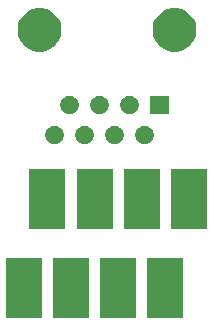
<source format=gbr>
G04 #@! TF.GenerationSoftware,KiCad,Pcbnew,(5.1.4)-1*
G04 #@! TF.CreationDate,2021-01-17T20:12:36-03:30*
G04 #@! TF.ProjectId,Eth_Breakout,4574685f-4272-4656-916b-6f75742e6b69,V1.0*
G04 #@! TF.SameCoordinates,Original*
G04 #@! TF.FileFunction,Soldermask,Top*
G04 #@! TF.FilePolarity,Negative*
%FSLAX46Y46*%
G04 Gerber Fmt 4.6, Leading zero omitted, Abs format (unit mm)*
G04 Created by KiCad (PCBNEW (5.1.4)-1) date 2021-01-17 20:12:36*
%MOMM*%
%LPD*%
G04 APERTURE LIST*
%ADD10C,0.100000*%
G04 APERTURE END LIST*
D10*
G36*
X65775400Y-149275400D02*
G01*
X62724600Y-149275400D01*
X62724600Y-144224600D01*
X65775400Y-144224600D01*
X65775400Y-149275400D01*
X65775400Y-149275400D01*
G37*
G36*
X57775400Y-149275400D02*
G01*
X54724600Y-149275400D01*
X54724600Y-144224600D01*
X57775400Y-144224600D01*
X57775400Y-149275400D01*
X57775400Y-149275400D01*
G37*
G36*
X53775400Y-149275400D02*
G01*
X50724600Y-149275400D01*
X50724600Y-144224600D01*
X53775400Y-144224600D01*
X53775400Y-149275400D01*
X53775400Y-149275400D01*
G37*
G36*
X61775400Y-149275400D02*
G01*
X58724600Y-149275400D01*
X58724600Y-144224600D01*
X61775400Y-144224600D01*
X61775400Y-149275400D01*
X61775400Y-149275400D01*
G37*
G36*
X59775400Y-141775400D02*
G01*
X56724600Y-141775400D01*
X56724600Y-136724600D01*
X59775400Y-136724600D01*
X59775400Y-141775400D01*
X59775400Y-141775400D01*
G37*
G36*
X67775400Y-141775400D02*
G01*
X64724600Y-141775400D01*
X64724600Y-136724600D01*
X67775400Y-136724600D01*
X67775400Y-141775400D01*
X67775400Y-141775400D01*
G37*
G36*
X63775400Y-141775400D02*
G01*
X60724600Y-141775400D01*
X60724600Y-136724600D01*
X63775400Y-136724600D01*
X63775400Y-141775400D01*
X63775400Y-141775400D01*
G37*
G36*
X55775400Y-141775400D02*
G01*
X52724600Y-141775400D01*
X52724600Y-136724600D01*
X55775400Y-136724600D01*
X55775400Y-141775400D01*
X55775400Y-141775400D01*
G37*
G36*
X54973821Y-133022049D02*
G01*
X55086179Y-133044398D01*
X55227290Y-133102849D01*
X55354289Y-133187707D01*
X55462293Y-133295711D01*
X55462296Y-133295716D01*
X55547151Y-133422710D01*
X55605602Y-133563821D01*
X55635400Y-133713631D01*
X55635400Y-133866369D01*
X55605602Y-134016179D01*
X55547151Y-134157290D01*
X55462293Y-134284289D01*
X55354289Y-134392293D01*
X55227290Y-134477151D01*
X55086179Y-134535602D01*
X54973821Y-134557951D01*
X54936370Y-134565400D01*
X54783630Y-134565400D01*
X54746179Y-134557951D01*
X54633821Y-134535602D01*
X54492710Y-134477151D01*
X54365711Y-134392293D01*
X54257707Y-134284289D01*
X54172849Y-134157290D01*
X54114398Y-134016179D01*
X54084600Y-133866369D01*
X54084600Y-133713631D01*
X54114398Y-133563821D01*
X54172849Y-133422710D01*
X54257704Y-133295716D01*
X54257707Y-133295711D01*
X54365711Y-133187707D01*
X54492710Y-133102849D01*
X54633821Y-133044398D01*
X54746179Y-133022049D01*
X54783630Y-133014600D01*
X54936370Y-133014600D01*
X54973821Y-133022049D01*
X54973821Y-133022049D01*
G37*
G36*
X57513821Y-133022049D02*
G01*
X57626179Y-133044398D01*
X57767290Y-133102849D01*
X57894289Y-133187707D01*
X58002293Y-133295711D01*
X58002296Y-133295716D01*
X58087151Y-133422710D01*
X58145602Y-133563821D01*
X58175400Y-133713631D01*
X58175400Y-133866369D01*
X58145602Y-134016179D01*
X58087151Y-134157290D01*
X58002293Y-134284289D01*
X57894289Y-134392293D01*
X57767290Y-134477151D01*
X57626179Y-134535602D01*
X57513821Y-134557951D01*
X57476370Y-134565400D01*
X57323630Y-134565400D01*
X57286179Y-134557951D01*
X57173821Y-134535602D01*
X57032710Y-134477151D01*
X56905711Y-134392293D01*
X56797707Y-134284289D01*
X56712849Y-134157290D01*
X56654398Y-134016179D01*
X56624600Y-133866369D01*
X56624600Y-133713631D01*
X56654398Y-133563821D01*
X56712849Y-133422710D01*
X56797704Y-133295716D01*
X56797707Y-133295711D01*
X56905711Y-133187707D01*
X57032710Y-133102849D01*
X57173821Y-133044398D01*
X57286179Y-133022049D01*
X57323630Y-133014600D01*
X57476370Y-133014600D01*
X57513821Y-133022049D01*
X57513821Y-133022049D01*
G37*
G36*
X60053821Y-133022049D02*
G01*
X60166179Y-133044398D01*
X60307290Y-133102849D01*
X60434289Y-133187707D01*
X60542293Y-133295711D01*
X60542296Y-133295716D01*
X60627151Y-133422710D01*
X60685602Y-133563821D01*
X60715400Y-133713631D01*
X60715400Y-133866369D01*
X60685602Y-134016179D01*
X60627151Y-134157290D01*
X60542293Y-134284289D01*
X60434289Y-134392293D01*
X60307290Y-134477151D01*
X60166179Y-134535602D01*
X60053821Y-134557951D01*
X60016370Y-134565400D01*
X59863630Y-134565400D01*
X59826179Y-134557951D01*
X59713821Y-134535602D01*
X59572710Y-134477151D01*
X59445711Y-134392293D01*
X59337707Y-134284289D01*
X59252849Y-134157290D01*
X59194398Y-134016179D01*
X59164600Y-133866369D01*
X59164600Y-133713631D01*
X59194398Y-133563821D01*
X59252849Y-133422710D01*
X59337704Y-133295716D01*
X59337707Y-133295711D01*
X59445711Y-133187707D01*
X59572710Y-133102849D01*
X59713821Y-133044398D01*
X59826179Y-133022049D01*
X59863630Y-133014600D01*
X60016370Y-133014600D01*
X60053821Y-133022049D01*
X60053821Y-133022049D01*
G37*
G36*
X62593821Y-133022049D02*
G01*
X62706179Y-133044398D01*
X62847290Y-133102849D01*
X62974289Y-133187707D01*
X63082293Y-133295711D01*
X63082296Y-133295716D01*
X63167151Y-133422710D01*
X63225602Y-133563821D01*
X63255400Y-133713631D01*
X63255400Y-133866369D01*
X63225602Y-134016179D01*
X63167151Y-134157290D01*
X63082293Y-134284289D01*
X62974289Y-134392293D01*
X62847290Y-134477151D01*
X62706179Y-134535602D01*
X62593821Y-134557951D01*
X62556370Y-134565400D01*
X62403630Y-134565400D01*
X62366179Y-134557951D01*
X62253821Y-134535602D01*
X62112710Y-134477151D01*
X61985711Y-134392293D01*
X61877707Y-134284289D01*
X61792849Y-134157290D01*
X61734398Y-134016179D01*
X61704600Y-133866369D01*
X61704600Y-133713631D01*
X61734398Y-133563821D01*
X61792849Y-133422710D01*
X61877704Y-133295716D01*
X61877707Y-133295711D01*
X61985711Y-133187707D01*
X62112710Y-133102849D01*
X62253821Y-133044398D01*
X62366179Y-133022049D01*
X62403630Y-133014600D01*
X62556370Y-133014600D01*
X62593821Y-133022049D01*
X62593821Y-133022049D01*
G37*
G36*
X64525400Y-132025400D02*
G01*
X62974600Y-132025400D01*
X62974600Y-130474600D01*
X64525400Y-130474600D01*
X64525400Y-132025400D01*
X64525400Y-132025400D01*
G37*
G36*
X61323821Y-130482049D02*
G01*
X61436179Y-130504398D01*
X61577290Y-130562849D01*
X61704289Y-130647707D01*
X61812293Y-130755711D01*
X61812296Y-130755716D01*
X61897151Y-130882710D01*
X61955602Y-131023821D01*
X61985400Y-131173631D01*
X61985400Y-131326369D01*
X61955602Y-131476179D01*
X61897151Y-131617290D01*
X61812293Y-131744289D01*
X61704289Y-131852293D01*
X61577290Y-131937151D01*
X61436179Y-131995602D01*
X61323822Y-132017950D01*
X61286370Y-132025400D01*
X61133630Y-132025400D01*
X61096178Y-132017950D01*
X60983821Y-131995602D01*
X60842710Y-131937151D01*
X60715711Y-131852293D01*
X60607707Y-131744289D01*
X60522849Y-131617290D01*
X60464398Y-131476179D01*
X60434600Y-131326369D01*
X60434600Y-131173631D01*
X60464398Y-131023821D01*
X60522849Y-130882710D01*
X60607704Y-130755716D01*
X60607707Y-130755711D01*
X60715711Y-130647707D01*
X60842710Y-130562849D01*
X60983821Y-130504398D01*
X61096179Y-130482049D01*
X61133630Y-130474600D01*
X61286370Y-130474600D01*
X61323821Y-130482049D01*
X61323821Y-130482049D01*
G37*
G36*
X58783821Y-130482049D02*
G01*
X58896179Y-130504398D01*
X59037290Y-130562849D01*
X59164289Y-130647707D01*
X59272293Y-130755711D01*
X59272296Y-130755716D01*
X59357151Y-130882710D01*
X59415602Y-131023821D01*
X59445400Y-131173631D01*
X59445400Y-131326369D01*
X59415602Y-131476179D01*
X59357151Y-131617290D01*
X59272293Y-131744289D01*
X59164289Y-131852293D01*
X59037290Y-131937151D01*
X58896179Y-131995602D01*
X58783822Y-132017950D01*
X58746370Y-132025400D01*
X58593630Y-132025400D01*
X58556178Y-132017950D01*
X58443821Y-131995602D01*
X58302710Y-131937151D01*
X58175711Y-131852293D01*
X58067707Y-131744289D01*
X57982849Y-131617290D01*
X57924398Y-131476179D01*
X57894600Y-131326369D01*
X57894600Y-131173631D01*
X57924398Y-131023821D01*
X57982849Y-130882710D01*
X58067704Y-130755716D01*
X58067707Y-130755711D01*
X58175711Y-130647707D01*
X58302710Y-130562849D01*
X58443821Y-130504398D01*
X58556179Y-130482049D01*
X58593630Y-130474600D01*
X58746370Y-130474600D01*
X58783821Y-130482049D01*
X58783821Y-130482049D01*
G37*
G36*
X56243821Y-130482049D02*
G01*
X56356179Y-130504398D01*
X56497290Y-130562849D01*
X56624289Y-130647707D01*
X56732293Y-130755711D01*
X56732296Y-130755716D01*
X56817151Y-130882710D01*
X56875602Y-131023821D01*
X56905400Y-131173631D01*
X56905400Y-131326369D01*
X56875602Y-131476179D01*
X56817151Y-131617290D01*
X56732293Y-131744289D01*
X56624289Y-131852293D01*
X56497290Y-131937151D01*
X56356179Y-131995602D01*
X56243822Y-132017950D01*
X56206370Y-132025400D01*
X56053630Y-132025400D01*
X56016178Y-132017950D01*
X55903821Y-131995602D01*
X55762710Y-131937151D01*
X55635711Y-131852293D01*
X55527707Y-131744289D01*
X55442849Y-131617290D01*
X55384398Y-131476179D01*
X55354600Y-131326369D01*
X55354600Y-131173631D01*
X55384398Y-131023821D01*
X55442849Y-130882710D01*
X55527704Y-130755716D01*
X55527707Y-130755711D01*
X55635711Y-130647707D01*
X55762710Y-130562849D01*
X55903821Y-130504398D01*
X56016179Y-130482049D01*
X56053630Y-130474600D01*
X56206370Y-130474600D01*
X56243821Y-130482049D01*
X56243821Y-130482049D01*
G37*
G36*
X54129745Y-123120710D02*
G01*
X54466490Y-123260194D01*
X54769560Y-123462699D01*
X55027301Y-123720440D01*
X55229806Y-124023510D01*
X55369290Y-124360255D01*
X55440400Y-124717752D01*
X55440400Y-125082248D01*
X55369290Y-125439745D01*
X55229806Y-125776490D01*
X55027301Y-126079560D01*
X54769560Y-126337301D01*
X54466490Y-126539806D01*
X54129745Y-126679290D01*
X53772248Y-126750400D01*
X53407752Y-126750400D01*
X53050255Y-126679290D01*
X52713510Y-126539806D01*
X52410440Y-126337301D01*
X52152699Y-126079560D01*
X51950194Y-125776490D01*
X51810710Y-125439745D01*
X51739600Y-125082248D01*
X51739600Y-124717752D01*
X51810710Y-124360255D01*
X51950194Y-124023510D01*
X52152699Y-123720440D01*
X52410440Y-123462699D01*
X52713510Y-123260194D01*
X53050255Y-123120710D01*
X53407752Y-123049600D01*
X53772248Y-123049600D01*
X54129745Y-123120710D01*
X54129745Y-123120710D01*
G37*
G36*
X65559745Y-123120710D02*
G01*
X65896490Y-123260194D01*
X66199560Y-123462699D01*
X66457301Y-123720440D01*
X66659806Y-124023510D01*
X66799290Y-124360255D01*
X66870400Y-124717752D01*
X66870400Y-125082248D01*
X66799290Y-125439745D01*
X66659806Y-125776490D01*
X66457301Y-126079560D01*
X66199560Y-126337301D01*
X65896490Y-126539806D01*
X65559745Y-126679290D01*
X65202248Y-126750400D01*
X64837752Y-126750400D01*
X64480255Y-126679290D01*
X64143510Y-126539806D01*
X63840440Y-126337301D01*
X63582699Y-126079560D01*
X63380194Y-125776490D01*
X63240710Y-125439745D01*
X63169600Y-125082248D01*
X63169600Y-124717752D01*
X63240710Y-124360255D01*
X63380194Y-124023510D01*
X63582699Y-123720440D01*
X63840440Y-123462699D01*
X64143510Y-123260194D01*
X64480255Y-123120710D01*
X64837752Y-123049600D01*
X65202248Y-123049600D01*
X65559745Y-123120710D01*
X65559745Y-123120710D01*
G37*
M02*

</source>
